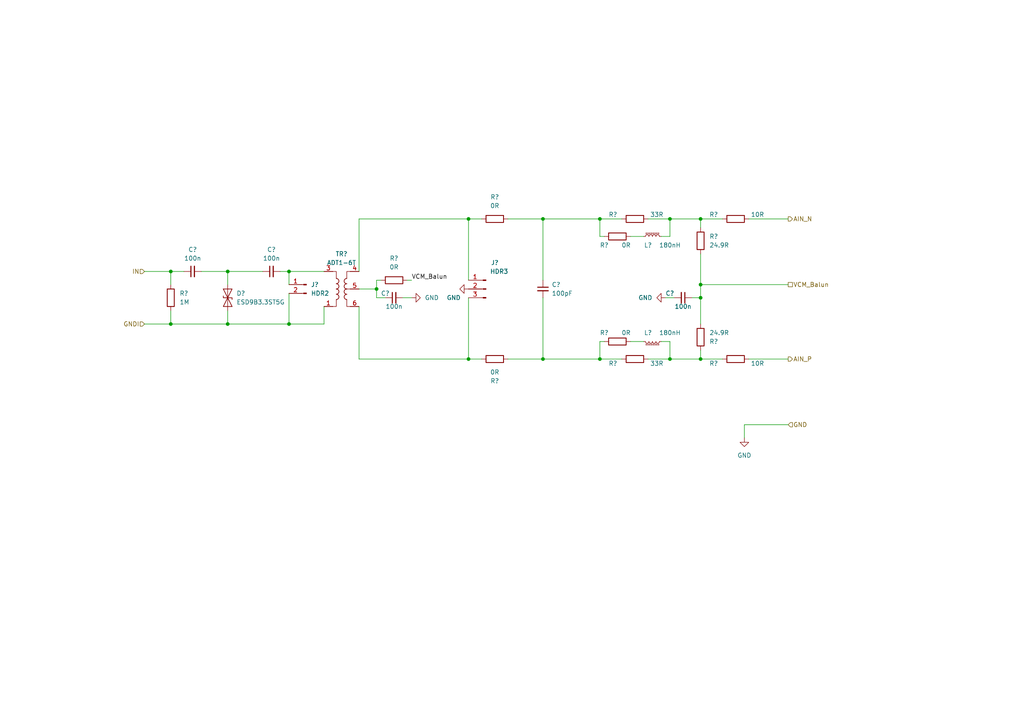
<source format=kicad_sch>
(kicad_sch (version 20211123) (generator eeschema)
  (paper "A4")
  (lib_symbols
    (symbol "Connector:Conn_01x02_Male" (pin_names (offset 1.016) hide)
      (property "Reference" "J" (at 0 2.54 0))
      (property "Value" "Conn_01x02_Male" (at 0 -5.08 0))
      (symbol "Conn_01x02_Male_1_1"
        (polyline (pts (xy 1.27 -2.54) (xy 0.8636 -2.54)) (stroke (width 0.1524)))
        (polyline (pts (xy 1.27 0) (xy 0.8636 0)) (stroke (width 0.1524)))
        (rectangle (start 0.8636 -2.413) (end 0 -2.667) (stroke (width 0.1524)) (fill (type outline)))
        (rectangle (start 0.8636 0.127) (end 0 -0.127) (stroke (width 0.1524)) (fill (type outline)))
        (pin passive line (at 5.08 0 180) (length 3.81) (name "Pin_1") (number "1"))
        (pin passive line (at 5.08 -2.54 180) (length 3.81) (name "Pin_2") (number "2"))
      )
    )
    (symbol "Connector:Conn_01x03_Male" (pin_names (offset 1.016) hide)
      (property "Reference" "J" (at 0 5.08 0))
      (property "Value" "Conn_01x03_Male" (at 0 -5.08 0))
      (symbol "Conn_01x03_Male_1_1"
        (polyline (pts (xy 1.27 -2.54) (xy 0.8636 -2.54)) (stroke (width 0.1524)))
        (polyline (pts (xy 1.27 0) (xy 0.8636 0)) (stroke (width 0.1524)))
        (polyline (pts (xy 1.27 2.54) (xy 0.8636 2.54)) (stroke (width 0.1524)))
        (rectangle (start 0.8636 -2.413) (end 0 -2.667) (stroke (width 0.1524)) (fill (type outline)))
        (rectangle (start 0.8636 0.127) (end 0 -0.127) (stroke (width 0.1524)) (fill (type outline)))
        (rectangle (start 0.8636 2.667) (end 0 2.413) (stroke (width 0.1524)) (fill (type outline)))
        (pin passive line (at 5.08 2.54 180) (length 3.81) (name "Pin_1") (number "1"))
        (pin passive line (at 5.08 0 180) (length 3.81) (name "Pin_2") (number "2"))
        (pin passive line (at 5.08 -2.54 180) (length 3.81) (name "Pin_3") (number "3"))
      )
    )
    (symbol "Device:C_Small" (pin_numbers hide) (pin_names (offset 0.254) hide)
      (property "Reference" "C" (at 0.254 1.778 0))
      (property "Value" "C_Small" (at 0.254 -2.032 0))
      (symbol "C_Small_0_1"
        (polyline (pts (xy -1.524 -0.508) (xy 1.524 -0.508)) (stroke (width 0.3302)))
        (polyline (pts (xy -1.524 0.508) (xy 1.524 0.508)) (stroke (width 0.3048)))
      )
      (symbol "C_Small_1_1"
        (pin passive line (at 0 2.54 270) (length 2.032) (name "~") (number "1"))
        (pin passive line (at 0 -2.54 90) (length 2.032) (name "~") (number "2"))
      )
    )
    (symbol "Device:L_Ferrite_Small" (pin_numbers hide) (pin_names (offset 0.254) hide)
      (property "Reference" "L" (at 1.27 1.016 0))
      (property "Value" "L_Ferrite_Small" (at 1.27 -1.27 0))
      (symbol "L_Ferrite_Small_0_1"
        (arc (start 0 -2.032) (mid 0.508 -1.524) (end 0 -1.016))
        (arc (start 0 -1.016) (mid 0.508 -0.508) (end 0 0))
        (polyline (pts (xy 0.762 -1.905) (xy 0.762 -1.651)))
        (polyline (pts (xy 0.762 -1.397) (xy 0.762 -1.143)))
        (polyline (pts (xy 0.762 -0.889) (xy 0.762 -0.635)))
        (polyline (pts (xy 0.762 -0.381) (xy 0.762 -0.127)))
        (polyline (pts (xy 0.762 0.127) (xy 0.762 0.381)))
        (polyline (pts (xy 0.762 0.635) (xy 0.762 0.889)))
        (polyline (pts (xy 0.762 1.143) (xy 0.762 1.397)))
        (polyline (pts (xy 0.762 1.651) (xy 0.762 1.905)))
        (polyline (pts (xy 1.016 -1.651) (xy 1.016 -1.905)))
        (polyline (pts (xy 1.016 -1.143) (xy 1.016 -1.397)))
        (polyline (pts (xy 1.016 -0.635) (xy 1.016 -0.889)))
        (polyline (pts (xy 1.016 -0.127) (xy 1.016 -0.381)))
        (polyline (pts (xy 1.016 0.381) (xy 1.016 0.127)))
        (polyline (pts (xy 1.016 0.889) (xy 1.016 0.635)))
        (polyline (pts (xy 1.016 1.397) (xy 1.016 1.143)))
        (polyline (pts (xy 1.016 1.905) (xy 1.016 1.651)))
        (arc (start 0 0) (mid 0.508 0.508) (end 0 1.016))
        (arc (start 0 1.016) (mid 0.508 1.524) (end 0 2.032))
      )
      (symbol "L_Ferrite_Small_1_1"
        (pin passive line (at 0 2.54 270) (length 0.508) (name "~") (number "1"))
        (pin passive line (at 0 -2.54 90) (length 0.508) (name "~") (number "2"))
      )
    )
    (symbol "Device:R" (pin_numbers hide) (pin_names (offset 0))
      (property "Reference" "R" (at 2.032 0 90))
      (property "Value" "R" (at 0 0 90))
      (symbol "R_0_1"
        (rectangle (start -1.016 -2.54) (end 1.016 2.54) (stroke (width 0.254)))
      )
      (symbol "R_1_1"
        (pin passive line (at 0 3.81 270) (length 1.27) (name "~") (number "1"))
        (pin passive line (at 0 -3.81 90) (length 1.27) (name "~") (number "2"))
      )
    )
    (symbol "Diode:ESD9B3.3ST5G" (pin_numbers hide) (pin_names (offset 1.016) hide)
      (property "Reference" "D" (at 0 2.54 0))
      (property "Value" "ESD9B3.3ST5G" (at 0 -2.54 0))
      (symbol "ESD9B3.3ST5G_0_1"
        (polyline (pts (xy 1.27 0) (xy -1.27 0)))
        (polyline (pts (xy -2.54 -1.27) (xy 0 0) (xy -2.54 1.27) (xy -2.54 -1.27)) (stroke (width 0.2032)))
        (polyline (pts (xy 0.508 1.27) (xy 0 1.27) (xy 0 -1.27) (xy -0.508 -1.27)) (stroke (width 0.2032)))
        (polyline (pts (xy 2.54 1.27) (xy 2.54 -1.27) (xy 0 0) (xy 2.54 1.27)) (stroke (width 0.2032)))
      )
      (symbol "ESD9B3.3ST5G_1_1"
        (pin passive line (at -3.81 0 0) (length 2.54) (name "A1") (number "1"))
        (pin passive line (at 3.81 0 180) (length 2.54) (name "A2") (number "2"))
      )
    )
    (symbol "Transformer:ADT1-6T" (pin_names hide)
      (property "Reference" "TR" (at 0 6.35 0))
      (property "Value" "ADT1-6T" (at 0 -6.35 0))
      (symbol "ADT1-6T_0_1"
        (arc (start -1.524 -3.048) (mid -0.762 -2.286) (end -1.524 -1.524) (stroke (width 0.2032)))
        (arc (start -1.524 -1.524) (mid -0.762 -0.762) (end -1.524 0) (stroke (width 0.2032)))
        (arc (start -1.524 0) (mid -0.762 0.762) (end -1.524 1.524) (stroke (width 0.2032)))
        (arc (start -1.524 1.524) (mid -0.762 2.286) (end -1.524 3.048) (stroke (width 0.2032)))
        (polyline (pts (xy 2.54 0) (xy 1.27 0)) (stroke (width 0.1524)))
        (polyline (pts (xy -2.54 5.08) (xy -1.524 5.08) (xy -1.524 3.048) (xy -1.524 3.048)) (stroke (width 0.1524)))
        (polyline (pts (xy -1.524 -3.048) (xy -1.524 -5.08) (xy -2.54 -5.08) (xy -2.54 -5.08)) (stroke (width 0.1524)))
        (polyline (pts (xy 1.524 3.048) (xy 1.524 5.08) (xy 2.54 5.08) (xy 2.54 5.08)) (stroke (width 0.1524)))
        (polyline (pts (xy 2.54 -5.08) (xy 1.524 -5.08) (xy 1.524 -3.048) (xy 1.524 -3.048)) (stroke (width 0.1524)))
        (arc (start 1.524 -1.524) (mid 0.762 -2.286) (end 1.524 -3.048) (stroke (width 0.2032)))
        (arc (start 1.524 0) (mid 0.762 -0.762) (end 1.524 -1.524) (stroke (width 0.2032)))
        (arc (start 1.524 1.524) (mid 0.762 0.762) (end 1.524 0) (stroke (width 0.2032)))
        (arc (start 1.524 3.048) (mid 0.762 2.286) (end 1.524 1.524) (stroke (width 0.2032)))
      )
      (symbol "ADT1-6T_1_1"
        (pin passive line (at -5.08 -5.08 0) (length 2.54) (name "~") (number "1"))
        (pin passive line (at -5.08 5.08 0) (length 2.54) (name "~") (number "3"))
        (pin passive line (at 5.08 5.08 180) (length 2.54) (name "~") (number "4"))
        (pin passive line (at 5.08 0 180) (length 2.54) (name "~") (number "5"))
        (pin passive line (at 5.08 -5.08 180) (length 2.54) (name "~") (number "6"))
      )
    )
    (symbol "power:GND" (power) (pin_names (offset 0))
      (property "Value" "GND" (at 0 -3.81 0))
      (symbol "GND_0_1"
        (polyline (pts (xy 0 0) (xy 0 -1.27) (xy 1.27 -1.27) (xy 0 -2.54) (xy -1.27 -1.27) (xy 0 -1.27)))
      )
      (symbol "GND_1_1"
        (pin power_in line (at 0 0 270) (length 0) hide (name "GND") (number "1"))
      )
    )
  )
  (junction (at 83.82 78.74))
  (junction (at 157.48 104.14))
  (junction (at 173.99 104.14))
  (junction (at 173.99 63.5))
  (junction (at 66.04 78.74))
  (junction (at 194.31 104.14))
  (junction (at 83.82 93.98))
  (junction (at 203.2 63.5))
  (junction (at 203.2 86.36))
  (junction (at 49.53 93.98))
  (junction (at 135.89 63.5))
  (junction (at 135.89 104.14))
  (junction (at 203.2 104.14))
  (junction (at 66.04 93.98))
  (junction (at 49.53 78.74))
  (junction (at 194.31 63.5))
  (junction (at 109.22 83.82))
  (junction (at 203.2 82.55))
  (junction (at 157.48 63.5))
  (wire (pts (xy 104.14 83.82) (xy 109.22 83.82)))
  (wire (pts (xy 175.26 68.58) (xy 173.99 68.58)))
  (wire (pts (xy 187.96 104.14) (xy 194.31 104.14)))
  (wire (pts (xy 194.31 63.5) (xy 203.2 63.5)))
  (wire (pts (xy 66.04 93.98) (xy 83.82 93.98)))
  (wire (pts (xy 49.53 90.17) (xy 49.53 93.98)))
  (wire (pts (xy 203.2 63.5) (xy 209.55 63.5)))
  (wire (pts (xy 135.89 81.28) (xy 135.89 63.5)))
  (wire (pts (xy 203.2 73.66) (xy 203.2 82.55)))
  (wire (pts (xy 203.2 104.14) (xy 209.55 104.14)))
  (wire (pts (xy 194.31 99.06) (xy 194.31 104.14)))
  (wire (pts (xy 182.88 68.58) (xy 186.69 68.58)))
  (wire (pts (xy 104.14 63.5) (xy 135.89 63.5)))
  (wire (pts (xy 157.48 104.14) (xy 173.99 104.14)))
  (wire (pts (xy 49.53 78.74) (xy 53.34 78.74)))
  (wire (pts (xy 147.32 63.5) (xy 157.48 63.5)))
  (wire (pts (xy 157.48 63.5) (xy 157.48 81.28)))
  (wire (pts (xy 215.9 123.19) (xy 215.9 127)))
  (wire (pts (xy 41.91 93.98) (xy 49.53 93.98)))
  (wire (pts (xy 116.84 86.36) (xy 119.38 86.36)))
  (wire (pts (xy 194.31 104.14) (xy 203.2 104.14)))
  (wire (pts (xy 109.22 83.82) (xy 109.22 81.28)))
  (wire (pts (xy 175.26 99.06) (xy 173.99 99.06)))
  (wire (pts (xy 187.96 63.5) (xy 194.31 63.5)))
  (wire (pts (xy 228.6 123.19) (xy 215.9 123.19)))
  (wire (pts (xy 203.2 63.5) (xy 203.2 66.04)))
  (wire (pts (xy 104.14 63.5) (xy 104.14 78.74)))
  (wire (pts (xy 135.89 63.5) (xy 139.7 63.5)))
  (wire (pts (xy 135.89 104.14) (xy 139.7 104.14)))
  (wire (pts (xy 195.58 86.36) (xy 193.04 86.36)))
  (wire (pts (xy 173.99 68.58) (xy 173.99 63.5)))
  (wire (pts (xy 203.2 82.55) (xy 203.2 86.36)))
  (wire (pts (xy 49.53 78.74) (xy 49.53 82.55)))
  (wire (pts (xy 203.2 82.55) (xy 228.6 82.55)))
  (wire (pts (xy 147.32 104.14) (xy 157.48 104.14)))
  (wire (pts (xy 104.14 104.14) (xy 135.89 104.14)))
  (wire (pts (xy 109.22 86.36) (xy 111.76 86.36)))
  (wire (pts (xy 66.04 78.74) (xy 66.04 82.55)))
  (wire (pts (xy 157.48 63.5) (xy 173.99 63.5)))
  (wire (pts (xy 66.04 90.17) (xy 66.04 93.98)))
  (wire (pts (xy 58.42 78.74) (xy 66.04 78.74)))
  (wire (pts (xy 173.99 63.5) (xy 180.34 63.5)))
  (wire (pts (xy 217.17 104.14) (xy 228.6 104.14)))
  (wire (pts (xy 203.2 86.36) (xy 200.66 86.36)))
  (wire (pts (xy 83.82 93.98) (xy 93.98 93.98)))
  (wire (pts (xy 135.89 86.36) (xy 135.89 104.14)))
  (wire (pts (xy 191.77 68.58) (xy 194.31 68.58)))
  (wire (pts (xy 81.28 78.74) (xy 83.82 78.74)))
  (wire (pts (xy 93.98 88.9) (xy 93.98 93.98)))
  (wire (pts (xy 83.82 85.09) (xy 83.82 93.98)))
  (wire (pts (xy 217.17 63.5) (xy 228.6 63.5)))
  (wire (pts (xy 83.82 78.74) (xy 93.98 78.74)))
  (wire (pts (xy 104.14 88.9) (xy 104.14 104.14)))
  (wire (pts (xy 203.2 104.14) (xy 203.2 101.6)))
  (wire (pts (xy 191.77 99.06) (xy 194.31 99.06)))
  (wire (pts (xy 173.99 99.06) (xy 173.99 104.14)))
  (wire (pts (xy 41.91 78.74) (xy 49.53 78.74)))
  (wire (pts (xy 83.82 78.74) (xy 83.82 82.55)))
  (wire (pts (xy 66.04 78.74) (xy 76.2 78.74)))
  (wire (pts (xy 203.2 86.36) (xy 203.2 93.98)))
  (wire (pts (xy 109.22 83.82) (xy 109.22 86.36)))
  (wire (pts (xy 157.48 86.36) (xy 157.48 104.14)))
  (wire (pts (xy 173.99 104.14) (xy 180.34 104.14)))
  (wire (pts (xy 109.22 81.28) (xy 110.49 81.28)))
  (wire (pts (xy 182.88 99.06) (xy 186.69 99.06)))
  (wire (pts (xy 118.11 81.28) (xy 119.38 81.28)))
  (wire (pts (xy 194.31 68.58) (xy 194.31 63.5)))
  (wire (pts (xy 49.53 93.98) (xy 66.04 93.98)))
  (label "VCM_Balun" (at 119.38 81.28 0))
  (hierarchical_label "AIN_N" (shape output) (at 228.6 63.5 0))
  (hierarchical_label "VCM_Balun" (shape passive) (at 228.6 82.55 0))
  (hierarchical_label "GND" (shape input) (at 228.6 123.19 0))
  (hierarchical_label "IN" (shape input) (at 41.91 78.74 180))
  (hierarchical_label "GNDI" (shape input) (at 41.91 93.98 180))
  (hierarchical_label "AIN_P" (shape output) (at 228.6 104.14 0))
  (symbol (lib_id "Device:R") (at 203.2 97.79 0) (mirror x) (unit 1)
    (property "Reference" "R?" (at 205.74 99.0601 0) (effects (justify left)))
    (property "Value" "24.9R" (at 205.74 96.5201 0) (effects (justify left)))
  )
  (symbol (lib_id "Device:R") (at 114.3 81.28 90) (unit 1)
    (property "Reference" "R?" (at 114.3 74.93 90))
    (property "Value" "0R" (at 114.3 77.47 90))
  )
  (symbol (lib_id "Device:R") (at 179.07 68.58 90) (unit 1)
    (property "Reference" "R?" (at 175.26 71.12 90))
    (property "Value" "0R" (at 181.61 71.12 90))
  )
  (symbol (lib_id "Device:L_Ferrite_Small") (at 189.23 68.58 90) (unit 1)
    (property "Reference" "L?" (at 187.96 71.12 90))
    (property "Value" "180nH" (at 194.31 71.12 90))
  )
  (symbol (lib_id "power:GND") (at 119.38 86.36 90) (unit 1)
    (property "Reference" "#PWR?" (effects hide))
    (property "Value" "GND" (at 123.19 86.3599 90) (effects (justify right)))
  )
  (symbol (lib_id "power:GND") (at 215.9 127 0) (unit 1)
    (property "Reference" "#PWR?" (effects hide))
    (property "Value" "GND" (at 215.9 132.08 0))
  )
  (symbol (lib_id "Device:C_Small") (at 157.48 83.82 0) (unit 1)
    (property "Reference" "C?" (at 160.02 82.5562 0) (effects (justify left)))
    (property "Value" "100pF" (at 160.02 85.0962 0) (effects (justify left)))
  )
  (symbol (lib_id "Device:R") (at 49.53 86.36 0) (unit 1)
    (property "Reference" "R?" (at 52.07 85.0899 0) (effects (justify left)))
    (property "Value" "1M" (at 52.07 87.6299 0) (effects (justify left)))
  )
  (symbol (lib_id "power:GND") (at 193.04 86.36 270) (unit 1)
    (property "Reference" "#PWR?" (effects hide))
    (property "Value" "GND" (at 189.23 86.3601 90) (effects (justify right)))
  )
  (symbol (lib_id "Device:R") (at 184.15 63.5 90) (unit 1)
    (property "Reference" "R?" (at 177.8 62.23 90))
    (property "Value" "33R" (at 190.5 62.23 90))
  )
  (symbol (lib_id "Connector:Conn_01x03_Male") (at 140.97 83.82 0) (mirror y) (unit 1)
    (property "Reference" "J?" (at 143.51 76.2 0))
    (property "Value" "HDR3" (at 144.78 78.74 0))
  )
  (symbol (lib_id "Device:L_Ferrite_Small") (at 189.23 99.06 90) (mirror x) (unit 1)
    (property "Reference" "L?" (at 187.96 96.52 90))
    (property "Value" "180nH" (at 194.31 96.52 90))
  )
  (symbol (lib_id "Device:R") (at 184.15 104.14 90) (mirror x) (unit 1)
    (property "Reference" "R?" (at 177.8 105.41 90))
    (property "Value" "33R" (at 190.5 105.41 90))
  )
  (symbol (lib_id "Device:R") (at 203.2 69.85 0) (unit 1)
    (property "Reference" "R?" (at 205.74 68.5799 0) (effects (justify left)))
    (property "Value" "24.9R" (at 205.74 71.1199 0) (effects (justify left)))
  )
  (symbol (lib_id "Device:R") (at 179.07 99.06 90) (mirror x) (unit 1)
    (property "Reference" "R?" (at 175.26 96.52 90))
    (property "Value" "0R" (at 181.61 96.52 90))
  )
  (symbol (lib_id "Connector:Conn_01x02_Male") (at 88.9 82.55 0) (mirror y) (unit 1)
    (property "Reference" "J?" (at 90.17 82.5499 0) (effects (justify right)))
    (property "Value" "HDR2" (at 90.17 85.0899 0) (effects (justify right)))
  )
  (symbol (lib_id "Transformer:ADT1-6T") (at 99.06 83.82 0) (unit 1)
    (property "Reference" "TR?" (at 99.06 73.66 0))
    (property "Value" "ADT1-6T" (at 99.06 76.2 0))
    (property "Footprint" "RF_Mini-Circuits:Mini-Circuits_CD637_H5.23mm" (effects hide))
    (property "Datasheet" "https://www.minicircuits.com/pdfs/ADT1-6T+.pdf" (effects hide))
  )
  (symbol (lib_id "Device:R") (at 143.51 63.5 90) (unit 1)
    (property "Reference" "R?" (at 143.51 57.15 90))
    (property "Value" "0R" (at 143.51 59.69 90))
  )
  (symbol (lib_id "Device:R") (at 143.51 104.14 90) (mirror x) (unit 1)
    (property "Reference" "R?" (at 143.51 110.49 90))
    (property "Value" "0R" (at 143.51 107.95 90))
  )
  (symbol (lib_id "Diode:ESD9B3.3ST5G") (at 66.04 86.36 90) (unit 1)
    (property "Reference" "D?" (at 68.58 85.0899 90) (effects (justify right)))
    (property "Value" "ESD9B3.3ST5G" (at 68.58 87.6299 90) (effects (justify right)))
    (property "Footprint" "Diode_SMD:D_SOD-923" (effects hide))
    (property "Datasheet" "https://www.onsemi.com/pub/Collateral/ESD9B-D.PDF" (effects hide))
  )
  (symbol (lib_id "Device:R") (at 213.36 104.14 90) (mirror x) (unit 1)
    (property "Reference" "R?" (at 207.01 105.41 90))
    (property "Value" "10R" (at 219.71 105.41 90))
  )
  (symbol (lib_id "Device:C_Small") (at 55.88 78.74 90) (unit 1)
    (property "Reference" "C?" (at 55.8863 72.39 90))
    (property "Value" "100n" (at 55.8863 74.93 90))
  )
  (symbol (lib_id "Device:R") (at 213.36 63.5 90) (unit 1)
    (property "Reference" "R?" (at 207.01 62.23 90))
    (property "Value" "10R" (at 219.71 62.23 90))
  )
  (symbol (lib_id "power:GND") (at 135.89 83.82 270) (unit 1)
    (property "Reference" "#PWR?" (effects hide))
    (property "Value" "GND" (at 129.54 86.36 90) (effects (justify left)))
  )
  (symbol (lib_id "Device:C_Small") (at 198.12 86.36 270) (unit 1)
    (property "Reference" "C?" (at 194.31 85.09 90))
    (property "Value" "100n" (at 198.12 88.9 90))
  )
  (symbol (lib_id "Device:C_Small") (at 114.3 86.36 90) (unit 1)
    (property "Reference" "C?" (at 111.76 85.09 90))
    (property "Value" "100n" (at 114.3 88.9 90))
  )
  (symbol (lib_id "Device:C_Small") (at 78.74 78.74 90) (unit 1)
    (property "Reference" "C?" (at 78.7463 72.39 90))
    (property "Value" "100n" (at 78.7463 74.93 90))
  )
)
</source>
